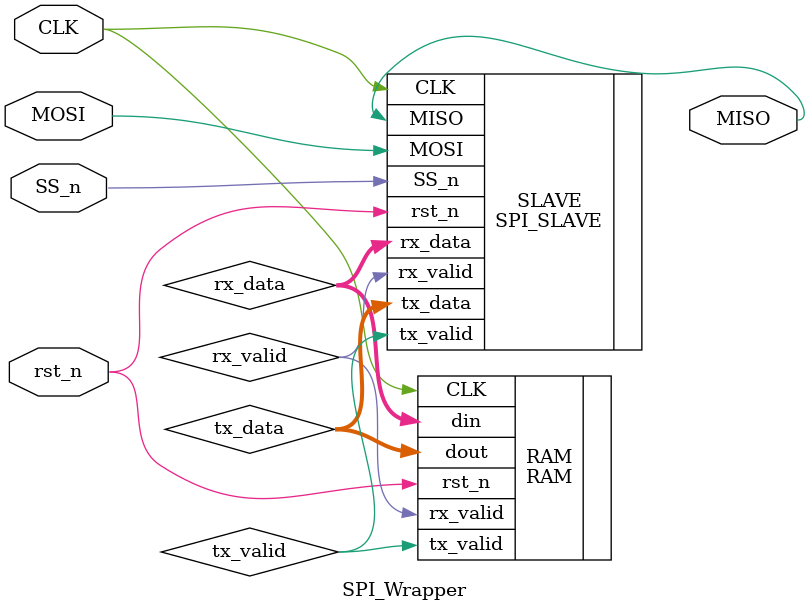
<source format=v>
module SPI_Wrapper 

#(
    parameter  in_RAM_width  = 10, 
    parameter  out_RAM_width = 8 
) 
(
    input  wire CLK,
    input  wire rst_n,
    input  wire SS_n,
    input  wire MOSI,
    output wire MISO
);

    wire [in_RAM_width-1:0]  rx_data;
    wire [out_RAM_width-1:0] tx_data;
    wire                     rx_valid;
    wire                     tx_valid;

    SPI_SLAVE SLAVE (
        .CLK(CLK),
        .rst_n(rst_n),
        .SS_n(SS_n),
        .MOSI(MOSI),
        .MISO(MISO),
        .rx_data(rx_data),
        .tx_data(tx_data),
        .rx_valid(rx_valid),
        .tx_valid(tx_valid)
    );
    RAM RAM (
        .CLK(CLK),
        .rst_n(rst_n),
        .din(rx_data),
        .dout(tx_data),
        .rx_valid(rx_valid),
        .tx_valid(tx_valid)
    );

endmodule
</source>
